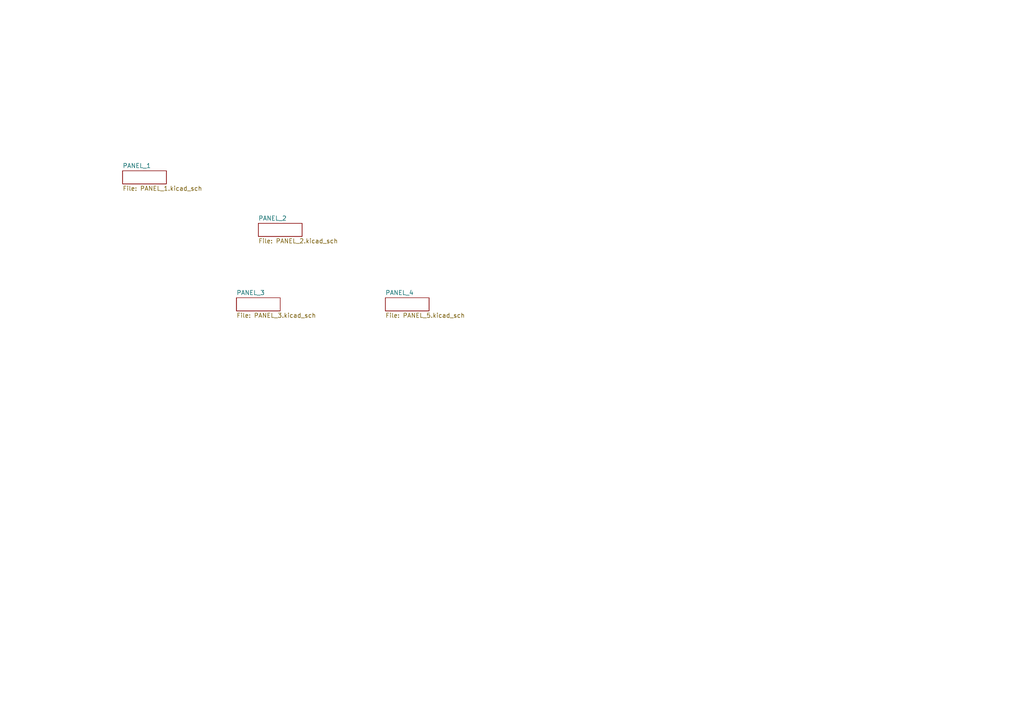
<source format=kicad_sch>
(kicad_sch
	(version 20231120)
	(generator "eeschema")
	(generator_version "8.0")
	(uuid "3e89deaf-2c09-4ea3-9939-d8a5761a12c4")
	(paper "A4")
	(lib_symbols)
	(sheet
		(at 68.58 86.36)
		(size 12.7 3.81)
		(fields_autoplaced yes)
		(stroke
			(width 0.1524)
			(type solid)
		)
		(fill
			(color 0 0 0 0.0000)
		)
		(uuid "3091d6c4-0e95-439d-8e0a-0046a8902c5d")
		(property "Sheetname" "PANEL_3"
			(at 68.58 85.6484 0)
			(effects
				(font
					(size 1.27 1.27)
				)
				(justify left bottom)
			)
		)
		(property "Sheetfile" "PANEL_3.kicad_sch"
			(at 68.58 90.7546 0)
			(effects
				(font
					(size 1.27 1.27)
				)
				(justify left top)
			)
		)
		(instances
			(project "PCB1 PANEL_IN SPV1040 BUCK5 BUCK33 OCPC"
				(path "/494c9d9f-6b33-4248-a813-27ffaaa929bd/42c28938-4d35-4a58-8d35-7290ff64b872"
					(page "32")
				)
			)
		)
	)
	(sheet
		(at 74.93 64.77)
		(size 12.7 3.81)
		(fields_autoplaced yes)
		(stroke
			(width 0.1524)
			(type solid)
		)
		(fill
			(color 0 0 0 0.0000)
		)
		(uuid "7da67f89-8bb3-4466-84fd-db7f108070fa")
		(property "Sheetname" "PANEL_2"
			(at 74.93 64.0584 0)
			(effects
				(font
					(size 1.27 1.27)
				)
				(justify left bottom)
			)
		)
		(property "Sheetfile" "PANEL_2.kicad_sch"
			(at 74.93 69.1646 0)
			(effects
				(font
					(size 1.27 1.27)
				)
				(justify left top)
			)
		)
		(instances
			(project "PCB1 PANEL_IN SPV1040 BUCK5 BUCK33 OCPC"
				(path "/494c9d9f-6b33-4248-a813-27ffaaa929bd/42c28938-4d35-4a58-8d35-7290ff64b872"
					(page "31")
				)
			)
		)
	)
	(sheet
		(at 111.76 86.36)
		(size 12.7 3.81)
		(fields_autoplaced yes)
		(stroke
			(width 0.1524)
			(type solid)
		)
		(fill
			(color 0 0 0 0.0000)
		)
		(uuid "821679e3-59e3-4cf1-820d-a65184e34264")
		(property "Sheetname" "PANEL_4"
			(at 111.76 85.6484 0)
			(effects
				(font
					(size 1.27 1.27)
				)
				(justify left bottom)
			)
		)
		(property "Sheetfile" "PANEL_5.kicad_sch"
			(at 111.76 90.7546 0)
			(effects
				(font
					(size 1.27 1.27)
				)
				(justify left top)
			)
		)
		(instances
			(project "PCB1 PANEL_IN SPV1040 BUCK5 BUCK33 OCPC"
				(path "/494c9d9f-6b33-4248-a813-27ffaaa929bd/42c28938-4d35-4a58-8d35-7290ff64b872"
					(page "33")
				)
			)
		)
	)
	(sheet
		(at 35.56 49.53)
		(size 12.7 3.81)
		(fields_autoplaced yes)
		(stroke
			(width 0.1524)
			(type solid)
		)
		(fill
			(color 0 0 0 0.0000)
		)
		(uuid "c20fb15d-3791-4bda-8d9b-8f80a040fba1")
		(property "Sheetname" "PANEL_1"
			(at 35.56 48.8184 0)
			(effects
				(font
					(size 1.27 1.27)
				)
				(justify left bottom)
			)
		)
		(property "Sheetfile" "PANEL_1.kicad_sch"
			(at 35.56 53.9246 0)
			(effects
				(font
					(size 1.27 1.27)
				)
				(justify left top)
			)
		)
		(instances
			(project "PCB1 PANEL_IN SPV1040 BUCK5 BUCK33 OCPC"
				(path "/494c9d9f-6b33-4248-a813-27ffaaa929bd/42c28938-4d35-4a58-8d35-7290ff64b872"
					(page "30")
				)
			)
		)
	)
)

</source>
